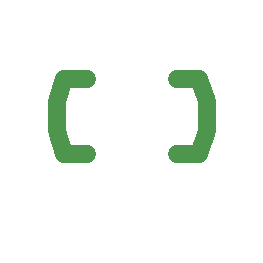
<source format=gbr>
G04 #@! TF.FileFunction,Copper,L1,Top,Signal*
%FSLAX46Y46*%
G04 Gerber Fmt 4.6, Leading zero omitted, Abs format (unit mm)*
G04 Created by KiCad (PCBNEW 4.0.7-e2-6376~58~ubuntu16.04.1) date Wed May  2 09:53:11 2018*
%MOMM*%
%LPD*%
G01*
G04 APERTURE LIST*
%ADD10C,0.100000*%
%ADD11O,1.400000X1.400000*%
%ADD12C,1.400000*%
%ADD13C,1.500000*%
%ADD14C,0.254000*%
G04 APERTURE END LIST*
D10*
D11*
X41910000Y-40005000D03*
D12*
X34290000Y-40005000D03*
X34290000Y-33655000D03*
D11*
X41910000Y-33655000D03*
D13*
X34290000Y-33655000D02*
X32385000Y-33655000D01*
X32385000Y-40005000D02*
X34290000Y-40005000D01*
X31750000Y-38100000D02*
X32385000Y-40005000D01*
X31750000Y-35560000D02*
X31750000Y-38100000D01*
X32385000Y-33655000D02*
X31750000Y-35560000D01*
X41910000Y-33655000D02*
X43815000Y-33655000D01*
X43815000Y-40005000D02*
X41910000Y-40005000D01*
X44450000Y-38100000D02*
X43815000Y-40005000D01*
X44450000Y-35560000D02*
X44450000Y-38100000D01*
X43815000Y-33655000D02*
X44450000Y-35560000D01*
D14*
G36*
X48598000Y-48598000D02*
X27602000Y-48598000D01*
X27602000Y-35560000D01*
X28873000Y-35560000D01*
X28873000Y-38100000D01*
X28962962Y-38552271D01*
X29020638Y-39009787D01*
X29655638Y-40914787D01*
X29706832Y-41004595D01*
X29726999Y-41105980D01*
X29983189Y-41489396D01*
X30211559Y-41890015D01*
X30293223Y-41953394D01*
X30350654Y-42039346D01*
X30734078Y-42295542D01*
X31098367Y-42578266D01*
X31198067Y-42605569D01*
X31284020Y-42663001D01*
X31736304Y-42752966D01*
X32181052Y-42874761D01*
X32283610Y-42861832D01*
X32385000Y-42882000D01*
X34290000Y-42882000D01*
X34540266Y-42832219D01*
X34849858Y-42832489D01*
X35138510Y-42713221D01*
X35390980Y-42663001D01*
X35603143Y-42521238D01*
X35889275Y-42403011D01*
X36110314Y-42182358D01*
X36324346Y-42039346D01*
X36466108Y-41827184D01*
X36685216Y-41608458D01*
X36804989Y-41320013D01*
X36948001Y-41105980D01*
X36997782Y-40855717D01*
X37116508Y-40569792D01*
X37116780Y-40257470D01*
X37167000Y-40005000D01*
X37117219Y-39754734D01*
X37117489Y-39445142D01*
X36998221Y-39156490D01*
X36948001Y-38904020D01*
X36806238Y-38691857D01*
X36688011Y-38405725D01*
X36467358Y-38184686D01*
X36324346Y-37970654D01*
X36112184Y-37828892D01*
X35893458Y-37609784D01*
X35605013Y-37490011D01*
X35390980Y-37346999D01*
X35140717Y-37297218D01*
X34854792Y-37178492D01*
X34627000Y-37178293D01*
X34627000Y-36482295D01*
X34849858Y-36482489D01*
X35138510Y-36363221D01*
X35390980Y-36313001D01*
X35603143Y-36171238D01*
X35889275Y-36053011D01*
X36110314Y-35832358D01*
X36324346Y-35689346D01*
X36466108Y-35477184D01*
X36685216Y-35258458D01*
X36804989Y-34970013D01*
X36948001Y-34755980D01*
X36997782Y-34505717D01*
X37116508Y-34219792D01*
X37116780Y-33907470D01*
X37167000Y-33655000D01*
X39027616Y-33655000D01*
X39242809Y-34736846D01*
X39250475Y-34748319D01*
X39251999Y-34755980D01*
X39875654Y-35689346D01*
X40809020Y-36313001D01*
X41573000Y-36464966D01*
X41573000Y-37195034D01*
X40809020Y-37346999D01*
X39875654Y-37970654D01*
X39251999Y-38904020D01*
X39250475Y-38911681D01*
X39242809Y-38923154D01*
X39027616Y-40005000D01*
X39242809Y-41086846D01*
X39250475Y-41098319D01*
X39251999Y-41105980D01*
X39875654Y-42039346D01*
X40809020Y-42663001D01*
X41910000Y-42882000D01*
X43815000Y-42882000D01*
X43916387Y-42861833D01*
X44018948Y-42874762D01*
X44463709Y-42752963D01*
X44915980Y-42663001D01*
X45001931Y-42605571D01*
X45101633Y-42578267D01*
X45465927Y-42295538D01*
X45849346Y-42039346D01*
X45906777Y-41953395D01*
X45988441Y-41890015D01*
X46216811Y-41489396D01*
X46473001Y-41105980D01*
X46493168Y-41004595D01*
X46544362Y-40914787D01*
X47179362Y-39009788D01*
X47237038Y-38552269D01*
X47327000Y-38100000D01*
X47327000Y-35560000D01*
X47237038Y-35107731D01*
X47179362Y-34650212D01*
X46544362Y-32745213D01*
X46493168Y-32655405D01*
X46473001Y-32554020D01*
X46216811Y-32170604D01*
X45988441Y-31769985D01*
X45906777Y-31706605D01*
X45849346Y-31620654D01*
X45465927Y-31364462D01*
X45101633Y-31081733D01*
X45001931Y-31054429D01*
X44915980Y-30996999D01*
X44463709Y-30907037D01*
X44018948Y-30785238D01*
X43916387Y-30798167D01*
X43815000Y-30778000D01*
X41910000Y-30778000D01*
X40809020Y-30996999D01*
X39875654Y-31620654D01*
X39251999Y-32554020D01*
X39250475Y-32561681D01*
X39242809Y-32573154D01*
X39027616Y-33655000D01*
X37167000Y-33655000D01*
X37117219Y-33404734D01*
X37117489Y-33095142D01*
X36998221Y-32806490D01*
X36948001Y-32554020D01*
X36806238Y-32341857D01*
X36688011Y-32055725D01*
X36467358Y-31834686D01*
X36324346Y-31620654D01*
X36112184Y-31478892D01*
X35893458Y-31259784D01*
X35605013Y-31140011D01*
X35390980Y-30996999D01*
X35140717Y-30947218D01*
X34854792Y-30828492D01*
X34542470Y-30828220D01*
X34290000Y-30778000D01*
X32385000Y-30778000D01*
X32283610Y-30798168D01*
X32181052Y-30785239D01*
X31736304Y-30907034D01*
X31284020Y-30996999D01*
X31198067Y-31054431D01*
X31098367Y-31081734D01*
X30734078Y-31364458D01*
X30350654Y-31620654D01*
X30293223Y-31706606D01*
X30211559Y-31769985D01*
X29983189Y-32170604D01*
X29726999Y-32554020D01*
X29706832Y-32655405D01*
X29655638Y-32745213D01*
X29020638Y-34650213D01*
X28962962Y-35107729D01*
X28873000Y-35560000D01*
X27602000Y-35560000D01*
X27602000Y-27602000D01*
X48598000Y-27602000D01*
X48598000Y-48598000D01*
X48598000Y-48598000D01*
M02*

</source>
